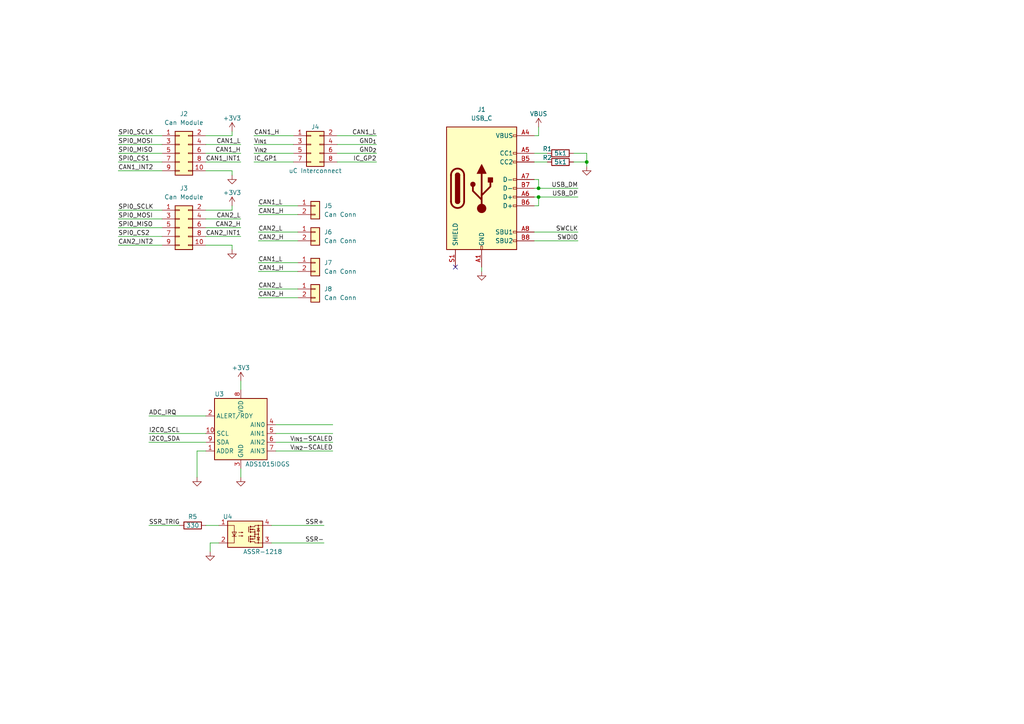
<source format=kicad_sch>
(kicad_sch (version 20230121) (generator eeschema)
  (paper "A4")
  (lib_symbols
    (symbol "Analog_ADC:ADS1015IDGS"
      (property "Reference" "U" (at 2.54 13.97 0))
      (property "Value" "ADS1015IDGS" (at 7.62 11.43 0))
      (symbol "ADS1015IDGS_0_1"
        (rectangle (start -7.62 10.16) (end 7.62 -7.62) (stroke (width 0.254)) (fill (type background)))
      )
      (symbol "ADS1015IDGS_1_1"
        (pin input line (at 10.16 -5.08 180) (length 2.54) (name "ADDR") (number "1"))
        (pin input line (at 10.16 0 180) (length 2.54) (name "SCL") (number "10"))
        (pin output line (at 10.16 5.08 180) (length 2.54) (name "ALERT/RDY") (number "2"))
        (pin power_in line (at 0 -10.16 90) (length 2.54) (name "GND") (number "3"))
        (pin input line (at -10.16 2.54 0) (length 2.54) (name "AIN0") (number "4"))
        (pin input line (at -10.16 0 0) (length 2.54) (name "AIN1") (number "5"))
        (pin input line (at -10.16 -2.54 0) (length 2.54) (name "AIN2") (number "6"))
        (pin input line (at -10.16 -5.08 0) (length 2.54) (name "AIN3") (number "7"))
        (pin power_in line (at 0 12.7 270) (length 2.54) (name "VDD") (number "8"))
        (pin bidirectional line (at 10.16 -2.54 180) (length 2.54) (name "SDA") (number "9"))
      )
    )
    (symbol "Connector:USB_C_Receptacle_USB2.0" (pin_names (offset 1.016))
      (property "Reference" "J" (at -10.16 19.05 0))
      (property "Value" "USB_C_Receptacle_USB2.0" (at 19.05 19.05 0))
      (symbol "USB_C_Receptacle_USB2.0_0_0"
        (rectangle (start -0.254 -17.78) (end 0.254 -16.764))
        (rectangle (start 10.16 -14.986) (end 9.144 -15.494))
        (rectangle (start 10.16 -12.446) (end 9.144 -12.954))
        (rectangle (start 10.16 -4.826) (end 9.144 -5.334))
        (rectangle (start 10.16 -2.286) (end 9.144 -2.794))
        (rectangle (start 10.16 0.254) (end 9.144 -0.254))
        (rectangle (start 10.16 2.794) (end 9.144 2.286))
        (rectangle (start 10.16 7.874) (end 9.144 7.366))
        (rectangle (start 10.16 10.414) (end 9.144 9.906))
        (rectangle (start 10.16 15.494) (end 9.144 14.986))
      )
      (symbol "USB_C_Receptacle_USB2.0_0_1"
        (rectangle (start -10.16 17.78) (end 10.16 -17.78) (stroke (width 0.254)) (fill (type background)))
        (arc (start -8.89 -3.81) (mid -6.985 -5.7067) (end -5.08 -3.81) (stroke (width 0.508)))
        (arc (start -7.62 -3.81) (mid -6.985 -4.4423) (end -6.35 -3.81) (stroke (width 0.254)))
        (arc (start -7.62 -3.81) (mid -6.985 -4.4423) (end -6.35 -3.81) (stroke (width 0.254)) (fill (type outline)))
        (rectangle (start -7.62 -3.81) (end -6.35 3.81) (stroke (width 0.254)) (fill (type outline)))
        (arc (start -6.35 3.81) (mid -6.985 4.4423) (end -7.62 3.81) (stroke (width 0.254)))
        (arc (start -6.35 3.81) (mid -6.985 4.4423) (end -7.62 3.81) (stroke (width 0.254)) (fill (type outline)))
        (arc (start -5.08 3.81) (mid -6.985 5.7067) (end -8.89 3.81) (stroke (width 0.508)))
        (circle (center -2.54 1.143) (radius 0.635) (stroke (width 0.254)) (fill (type outline)))
        (circle (center 0 -5.842) (radius 1.27) (fill (type outline)))
        (polyline (pts (xy -8.89 -3.81) (xy -8.89 3.81)) (stroke (width 0.508)))
        (polyline (pts (xy -5.08 3.81) (xy -5.08 -3.81)) (stroke (width 0.508)))
        (polyline (pts (xy 0 -5.842) (xy 0 4.318)) (stroke (width 0.508)))
        (polyline (pts (xy 0 -3.302) (xy -2.54 -0.762) (xy -2.54 0.508)) (stroke (width 0.508)))
        (polyline (pts (xy 0 -2.032) (xy 2.54 0.508) (xy 2.54 1.778)) (stroke (width 0.508)))
        (polyline (pts (xy -1.27 4.318) (xy 0 6.858) (xy 1.27 4.318) (xy -1.27 4.318)) (stroke (width 0.254)) (fill (type outline)))
        (rectangle (start 1.905 1.778) (end 3.175 3.048) (stroke (width 0.254)) (fill (type outline)))
      )
      (symbol "USB_C_Receptacle_USB2.0_1_1"
        (pin passive line (at 0 -22.86 90) (length 5.08) (name "GND") (number "A1"))
        (pin passive line (at 0 -22.86 90) (length 5.08) hide (name "GND") (number "A12"))
        (pin passive line (at 15.24 15.24 180) (length 5.08) (name "VBUS") (number "A4"))
        (pin bidirectional line (at 15.24 10.16 180) (length 5.08) (name "CC1") (number "A5"))
        (pin bidirectional line (at 15.24 -2.54 180) (length 5.08) (name "D+") (number "A6"))
        (pin bidirectional line (at 15.24 2.54 180) (length 5.08) (name "D-") (number "A7"))
        (pin bidirectional line (at 15.24 -12.7 180) (length 5.08) (name "SBU1") (number "A8"))
        (pin passive line (at 15.24 15.24 180) (length 5.08) hide (name "VBUS") (number "A9"))
        (pin passive line (at 0 -22.86 90) (length 5.08) hide (name "GND") (number "B1"))
        (pin passive line (at 0 -22.86 90) (length 5.08) hide (name "GND") (number "B12"))
        (pin passive line (at 15.24 15.24 180) (length 5.08) hide (name "VBUS") (number "B4"))
        (pin bidirectional line (at 15.24 7.62 180) (length 5.08) (name "CC2") (number "B5"))
        (pin bidirectional line (at 15.24 -5.08 180) (length 5.08) (name "D+") (number "B6"))
        (pin bidirectional line (at 15.24 0 180) (length 5.08) (name "D-") (number "B7"))
        (pin bidirectional line (at 15.24 -15.24 180) (length 5.08) (name "SBU2") (number "B8"))
        (pin passive line (at 15.24 15.24 180) (length 5.08) hide (name "VBUS") (number "B9"))
        (pin passive line (at -7.62 -22.86 90) (length 5.08) (name "SHIELD") (number "S1"))
      )
    )
    (symbol "Connector_Generic:Conn_01x02" (pin_names (offset 1.016) hide)
      (property "Reference" "J" (at 0 2.54 0))
      (property "Value" "Conn_01x02" (at 0 -5.08 0))
      (symbol "Conn_01x02_1_1"
        (rectangle (start -1.27 -2.413) (end 0 -2.667) (stroke (width 0.1524)))
        (rectangle (start -1.27 0.127) (end 0 -0.127) (stroke (width 0.1524)))
        (rectangle (start -1.27 1.27) (end 1.27 -3.81) (stroke (width 0.254)) (fill (type background)))
        (pin passive line (at -5.08 0 0) (length 3.81) (name "Pin_1") (number "1"))
        (pin passive line (at -5.08 -2.54 0) (length 3.81) (name "Pin_2") (number "2"))
      )
    )
    (symbol "Connector_Generic:Conn_02x04_Odd_Even" (pin_names (offset 1.016) hide)
      (property "Reference" "J" (at 1.27 5.08 0))
      (property "Value" "Conn_02x04_Odd_Even" (at 1.27 -7.62 0))
      (symbol "Conn_02x04_Odd_Even_1_1"
        (rectangle (start -1.27 -4.953) (end 0 -5.207) (stroke (width 0.1524)))
        (rectangle (start -1.27 -2.413) (end 0 -2.667) (stroke (width 0.1524)))
        (rectangle (start -1.27 0.127) (end 0 -0.127) (stroke (width 0.1524)))
        (rectangle (start -1.27 2.667) (end 0 2.413) (stroke (width 0.1524)))
        (rectangle (start -1.27 3.81) (end 3.81 -6.35) (stroke (width 0.254)) (fill (type background)))
        (rectangle (start 3.81 -4.953) (end 2.54 -5.207) (stroke (width 0.1524)))
        (rectangle (start 3.81 -2.413) (end 2.54 -2.667) (stroke (width 0.1524)))
        (rectangle (start 3.81 0.127) (end 2.54 -0.127) (stroke (width 0.1524)))
        (rectangle (start 3.81 2.667) (end 2.54 2.413) (stroke (width 0.1524)))
        (pin passive line (at -5.08 2.54 0) (length 3.81) (name "Pin_1") (number "1"))
        (pin passive line (at 7.62 2.54 180) (length 3.81) (name "Pin_2") (number "2"))
        (pin passive line (at -5.08 0 0) (length 3.81) (name "Pin_3") (number "3"))
        (pin passive line (at 7.62 0 180) (length 3.81) (name "Pin_4") (number "4"))
        (pin passive line (at -5.08 -2.54 0) (length 3.81) (name "Pin_5") (number "5"))
        (pin passive line (at 7.62 -2.54 180) (length 3.81) (name "Pin_6") (number "6"))
        (pin passive line (at -5.08 -5.08 0) (length 3.81) (name "Pin_7") (number "7"))
        (pin passive line (at 7.62 -5.08 180) (length 3.81) (name "Pin_8") (number "8"))
      )
    )
    (symbol "Connector_Generic:Conn_02x05_Odd_Even" (pin_names (offset 1.016) hide)
      (property "Reference" "J" (at 1.27 7.62 0))
      (property "Value" "Conn_02x05_Odd_Even" (at 1.27 -7.62 0))
      (symbol "Conn_02x05_Odd_Even_1_1"
        (rectangle (start -1.27 -4.953) (end 0 -5.207) (stroke (width 0.1524)))
        (rectangle (start -1.27 -2.413) (end 0 -2.667) (stroke (width 0.1524)))
        (rectangle (start -1.27 0.127) (end 0 -0.127) (stroke (width 0.1524)))
        (rectangle (start -1.27 2.667) (end 0 2.413) (stroke (width 0.1524)))
        (rectangle (start -1.27 5.207) (end 0 4.953) (stroke (width 0.1524)))
        (rectangle (start -1.27 6.35) (end 3.81 -6.35) (stroke (width 0.254)) (fill (type background)))
        (rectangle (start 3.81 -4.953) (end 2.54 -5.207) (stroke (width 0.1524)))
        (rectangle (start 3.81 -2.413) (end 2.54 -2.667) (stroke (width 0.1524)))
        (rectangle (start 3.81 0.127) (end 2.54 -0.127) (stroke (width 0.1524)))
        (rectangle (start 3.81 2.667) (end 2.54 2.413) (stroke (width 0.1524)))
        (rectangle (start 3.81 5.207) (end 2.54 4.953) (stroke (width 0.1524)))
        (pin passive line (at -5.08 5.08 0) (length 3.81) (name "Pin_1") (number "1"))
        (pin passive line (at 7.62 -5.08 180) (length 3.81) (name "Pin_10") (number "10"))
        (pin passive line (at 7.62 5.08 180) (length 3.81) (name "Pin_2") (number "2"))
        (pin passive line (at -5.08 2.54 0) (length 3.81) (name "Pin_3") (number "3"))
        (pin passive line (at 7.62 2.54 180) (length 3.81) (name "Pin_4") (number "4"))
        (pin passive line (at -5.08 0 0) (length 3.81) (name "Pin_5") (number "5"))
        (pin passive line (at 7.62 0 180) (length 3.81) (name "Pin_6") (number "6"))
        (pin passive line (at -5.08 -2.54 0) (length 3.81) (name "Pin_7") (number "7"))
        (pin passive line (at 7.62 -2.54 180) (length 3.81) (name "Pin_8") (number "8"))
        (pin passive line (at -5.08 -5.08 0) (length 3.81) (name "Pin_9") (number "9"))
      )
    )
    (symbol "Device:R" (pin_numbers hide) (pin_names (offset 0))
      (property "Reference" "R" (at 2.032 0 90))
      (property "Value" "R" (at 0 0 90))
      (symbol "R_0_1"
        (rectangle (start -1.016 -2.54) (end 1.016 2.54) (stroke (width 0.254)))
      )
      (symbol "R_1_1"
        (pin passive line (at 0 3.81 270) (length 1.27) (name "~") (number "1"))
        (pin passive line (at 0 -3.81 90) (length 1.27) (name "~") (number "2"))
      )
    )
    (symbol "Relay_SolidState:ASSR-1218"
      (property "Reference" "U" (at -5.08 5.08 0))
      (property "Value" "ASSR-1218" (at 0 5.08 0))
      (symbol "ASSR-1218_0_1"
        (rectangle (start -5.08 3.81) (end 5.08 -3.81) (stroke (width 0.254)) (fill (type background)))
        (polyline (pts (xy -3.81 -0.635) (xy -2.54 -0.635)))
        (polyline (pts (xy 1.016 -0.635) (xy 1.016 -2.159)) (stroke (width 0.2032)))
        (polyline (pts (xy 1.016 2.159) (xy 1.016 0.635)) (stroke (width 0.2032)))
        (polyline (pts (xy 1.524 -0.508) (xy 1.524 -0.762)) (stroke (width 0.3556)))
        (polyline (pts (xy 2.794 0) (xy 3.81 0)))
        (polyline (pts (xy 3.429 -1.651) (xy 4.191 -1.651)))
        (polyline (pts (xy 3.429 1.651) (xy 4.191 1.651)))
        (polyline (pts (xy 3.81 -2.54) (xy 3.81 2.54)))
        (polyline (pts (xy 1.524 -2.032) (xy 1.524 -2.286) (xy 1.524 -2.286)) (stroke (width 0.3556)))
        (polyline (pts (xy 1.524 -1.27) (xy 1.524 -1.524) (xy 1.524 -1.524)) (stroke (width 0.3556)))
        (polyline (pts (xy 1.524 0.762) (xy 1.524 0.508) (xy 1.524 0.508)) (stroke (width 0.3556)))
        (polyline (pts (xy 1.524 1.524) (xy 1.524 1.27) (xy 1.524 1.27)) (stroke (width 0.3556)))
        (polyline (pts (xy 1.524 2.286) (xy 1.524 2.032) (xy 1.524 2.032)) (stroke (width 0.3556)))
        (polyline (pts (xy 1.651 -1.397) (xy 2.794 -1.397) (xy 2.794 -0.635)))
        (polyline (pts (xy 1.651 1.397) (xy 2.794 1.397) (xy 2.794 0.635)))
        (polyline (pts (xy -5.08 2.54) (xy -3.175 2.54) (xy -3.175 -2.54) (xy -5.08 -2.54)))
        (polyline (pts (xy -3.175 -0.635) (xy -3.81 0.635) (xy -2.54 0.635) (xy -3.175 -0.635)))
        (polyline (pts (xy 1.651 -2.159) (xy 2.794 -2.159) (xy 2.794 -2.54) (xy 5.08 -2.54)))
        (polyline (pts (xy 1.651 -0.635) (xy 2.794 -0.635) (xy 2.794 0.635) (xy 1.651 0.635)))
        (polyline (pts (xy 1.651 2.159) (xy 2.794 2.159) (xy 2.794 2.54) (xy 5.08 2.54)))
        (polyline (pts (xy 1.778 -1.397) (xy 2.286 -1.27) (xy 2.286 -1.524) (xy 1.778 -1.397)))
        (polyline (pts (xy 1.778 1.397) (xy 2.286 1.524) (xy 2.286 1.27) (xy 1.778 1.397)))
        (polyline (pts (xy 3.81 -1.651) (xy 3.429 -0.889) (xy 4.191 -0.889) (xy 3.81 -1.651)))
        (polyline (pts (xy 3.81 1.651) (xy 3.429 0.889) (xy 4.191 0.889) (xy 3.81 1.651)))
        (polyline (pts (xy -1.905 -0.508) (xy -0.635 -0.508) (xy -1.016 -0.635) (xy -1.016 -0.381) (xy -0.635 -0.508)))
        (polyline (pts (xy -1.905 0.508) (xy -0.635 0.508) (xy -1.016 0.381) (xy -1.016 0.635) (xy -0.635 0.508)))
        (circle (center 2.794 -0.635) (radius 0.127))
        (circle (center 2.794 0) (radius 0.127))
        (circle (center 2.794 0.635) (radius 0.127))
        (circle (center 3.81 -2.54) (radius 0.127))
        (circle (center 3.81 0) (radius 0.127))
        (circle (center 3.81 2.54) (radius 0.127))
      )
      (symbol "ASSR-1218_1_1"
        (pin passive line (at -7.62 2.54 0) (length 2.54) (name "~") (number "1"))
        (pin passive line (at -7.62 -2.54 0) (length 2.54) (name "~") (number "2"))
        (pin passive line (at 7.62 -2.54 180) (length 2.54) (name "~") (number "3"))
        (pin passive line (at 7.62 2.54 180) (length 2.54) (name "~") (number "4"))
      )
    )
    (symbol "power:+3V3" (power) (pin_names (offset 0))
      (property "Value" "+3V3" (at 0 3.556 0))
      (symbol "+3V3_0_1"
        (polyline (pts (xy -0.762 1.27) (xy 0 2.54)))
        (polyline (pts (xy 0 0) (xy 0 2.54)))
        (polyline (pts (xy 0 2.54) (xy 0.762 1.27)))
      )
      (symbol "+3V3_1_1"
        (pin power_in line (at 0 0 90) (length 0) hide (name "+3V3") (number "1"))
      )
    )
    (symbol "power:GND" (power) (pin_names (offset 0))
      (property "Value" "GND" (at 0 -3.81 0))
      (symbol "GND_0_1"
        (polyline (pts (xy 0 0) (xy 0 -1.27) (xy 1.27 -1.27) (xy 0 -2.54) (xy -1.27 -1.27) (xy 0 -1.27)))
      )
      (symbol "GND_1_1"
        (pin power_in line (at 0 0 270) (length 0) hide (name "GND") (number "1"))
      )
    )
    (symbol "power:VBUS" (power) (pin_names (offset 0))
      (property "Value" "VBUS" (at 0 3.81 0))
      (symbol "VBUS_0_1"
        (polyline (pts (xy -0.762 1.27) (xy 0 2.54)))
        (polyline (pts (xy 0 0) (xy 0 2.54)))
        (polyline (pts (xy 0 2.54) (xy 0.762 1.27)))
      )
      (symbol "VBUS_1_1"
        (pin power_in line (at 0 0 90) (length 0) hide (name "VBUS") (number "1"))
      )
    )
  )
  (junction (at 170.18 46.99))
  (junction (at 156.21 57.15))
  (junction (at 156.21 54.61))
  (no_connect (at 132.08 77.47))
  (wire (pts (xy 154.94 57.15) (xy 156.21 57.15)))
  (wire (pts (xy 74.93 86.36) (xy 86.36 86.36)))
  (wire (pts (xy 34.29 68.58) (xy 46.99 68.58)))
  (wire (pts (xy 34.29 71.12) (xy 46.99 71.12)))
  (wire (pts (xy 80.01 130.81) (xy 96.52 130.81)))
  (wire (pts (xy 59.69 46.99) (xy 69.85 46.99)))
  (wire (pts (xy 109.22 46.99) (xy 97.79 46.99)))
  (wire (pts (xy 154.94 44.45) (xy 158.75 44.45)))
  (wire (pts (xy 93.98 157.48) (xy 78.74 157.48)))
  (wire (pts (xy 139.7 77.47) (xy 139.7 78.74)))
  (wire (pts (xy 67.31 38.1) (xy 67.31 39.37)))
  (wire (pts (xy 109.22 44.45) (xy 97.79 44.45)))
  (wire (pts (xy 96.52 125.73) (xy 80.01 125.73)))
  (wire (pts (xy 34.29 39.37) (xy 46.99 39.37)))
  (wire (pts (xy 59.69 60.96) (xy 67.31 60.96)))
  (wire (pts (xy 170.18 46.99) (xy 170.18 44.45)))
  (wire (pts (xy 73.66 41.91) (xy 85.09 41.91)))
  (wire (pts (xy 59.69 39.37) (xy 67.31 39.37)))
  (wire (pts (xy 80.01 123.19) (xy 96.52 123.19)))
  (wire (pts (xy 34.29 63.5) (xy 46.99 63.5)))
  (wire (pts (xy 34.29 66.04) (xy 46.99 66.04)))
  (wire (pts (xy 57.15 130.81) (xy 57.15 138.43)))
  (wire (pts (xy 67.31 59.69) (xy 67.31 60.96)))
  (wire (pts (xy 74.93 59.69) (xy 86.36 59.69)))
  (wire (pts (xy 74.93 69.85) (xy 86.36 69.85)))
  (wire (pts (xy 93.98 152.4) (xy 78.74 152.4)))
  (wire (pts (xy 167.64 69.85) (xy 154.94 69.85)))
  (wire (pts (xy 170.18 48.26) (xy 170.18 46.99)))
  (wire (pts (xy 34.29 60.96) (xy 46.99 60.96)))
  (wire (pts (xy 34.29 41.91) (xy 46.99 41.91)))
  (wire (pts (xy 60.96 157.48) (xy 63.5 157.48)))
  (wire (pts (xy 59.69 49.53) (xy 67.31 49.53)))
  (wire (pts (xy 59.69 41.91) (xy 69.85 41.91)))
  (wire (pts (xy 166.37 44.45) (xy 170.18 44.45)))
  (wire (pts (xy 156.21 57.15) (xy 156.21 59.69)))
  (wire (pts (xy 59.69 44.45) (xy 69.85 44.45)))
  (wire (pts (xy 156.21 52.07) (xy 156.21 54.61)))
  (wire (pts (xy 73.66 44.45) (xy 85.09 44.45)))
  (wire (pts (xy 156.21 59.69) (xy 154.94 59.69)))
  (wire (pts (xy 34.29 46.99) (xy 46.99 46.99)))
  (wire (pts (xy 154.94 54.61) (xy 156.21 54.61)))
  (wire (pts (xy 74.93 76.2) (xy 86.36 76.2)))
  (wire (pts (xy 154.94 39.37) (xy 156.21 39.37)))
  (wire (pts (xy 34.29 49.53) (xy 46.99 49.53)))
  (wire (pts (xy 154.94 46.99) (xy 158.75 46.99)))
  (wire (pts (xy 167.64 57.15) (xy 156.21 57.15)))
  (wire (pts (xy 74.93 67.31) (xy 86.36 67.31)))
  (wire (pts (xy 74.93 62.23) (xy 86.36 62.23)))
  (wire (pts (xy 74.93 78.74) (xy 86.36 78.74)))
  (wire (pts (xy 59.69 68.58) (xy 69.85 68.58)))
  (wire (pts (xy 73.66 46.99) (xy 85.09 46.99)))
  (wire (pts (xy 43.18 120.65) (xy 59.69 120.65)))
  (wire (pts (xy 73.66 39.37) (xy 85.09 39.37)))
  (wire (pts (xy 43.18 125.73) (xy 59.69 125.73)))
  (wire (pts (xy 69.85 110.49) (xy 69.85 113.03)))
  (wire (pts (xy 96.52 128.27) (xy 80.01 128.27)))
  (wire (pts (xy 109.22 41.91) (xy 97.79 41.91)))
  (wire (pts (xy 156.21 36.83) (xy 156.21 39.37)))
  (wire (pts (xy 59.69 63.5) (xy 69.85 63.5)))
  (wire (pts (xy 67.31 71.12) (xy 67.31 72.39)))
  (wire (pts (xy 166.37 46.99) (xy 170.18 46.99)))
  (wire (pts (xy 74.93 83.82) (xy 86.36 83.82)))
  (wire (pts (xy 167.64 54.61) (xy 156.21 54.61)))
  (wire (pts (xy 109.22 39.37) (xy 97.79 39.37)))
  (wire (pts (xy 167.64 67.31) (xy 154.94 67.31)))
  (wire (pts (xy 59.69 130.81) (xy 57.15 130.81)))
  (wire (pts (xy 43.18 128.27) (xy 59.69 128.27)))
  (wire (pts (xy 154.94 52.07) (xy 156.21 52.07)))
  (wire (pts (xy 69.85 135.89) (xy 69.85 138.43)))
  (wire (pts (xy 59.69 66.04) (xy 69.85 66.04)))
  (wire (pts (xy 34.29 44.45) (xy 46.99 44.45)))
  (wire (pts (xy 59.69 152.4) (xy 63.5 152.4)))
  (wire (pts (xy 43.18 152.4) (xy 52.07 152.4)))
  (wire (pts (xy 67.31 49.53) (xy 67.31 50.8)))
  (wire (pts (xy 59.69 71.12) (xy 67.31 71.12)))
  (wire (pts (xy 60.96 160.02) (xy 60.96 157.48)))
  (label "SPI0_SCLK" (at 34.29 60.96 0))
  (label "CAN2_H" (at 74.93 86.36 0) (property "CAN2+" "CAN2+" (effects hide)))
  (label "CAN2_H" (at 74.93 69.85 0) (property "CAN2+" "CAN2+" (effects hide)))
  (label "USB_DP" (at 167.64 57.15 180))
  (label "CAN1_H" (at 69.85 44.45 180) (property "CAN1+" "CAN1+" (effects hide)))
  (label "CAN2_L" (at 74.93 67.31 0) (property "CAN2-" "CAN2-" (effects hide)))
  (label "V_{IN1}-SCALED" (at 96.52 128.27 180))
  (label "CAN1_L" (at 69.85 41.91 180) (property "CAN1-" "CAN1-" (effects hide)))
  (label "SWDIO" (at 167.64 69.85 180))
  (label "CAN2_H" (at 69.85 66.04 180) (property "CAN2+" "CAN2+" (effects hide)))
  (label "IC_GP1" (at 73.66 46.99 0))
  (label "I2C0_SCL" (at 43.18 125.73 0))
  (label "SPI0_CS2" (at 34.29 68.58 0))
  (label "I2C0_SDA" (at 43.18 128.27 0))
  (label "SPI0_MISO" (at 34.29 44.45 0))
  (label "ADC_IRQ" (at 43.18 120.65 0))
  (label "CAN2_L" (at 74.93 83.82 0) (property "CAN2-" "CAN2-" (effects hide)))
  (label "SPI0_MISO" (at 34.29 66.04 0))
  (label "SPI0_SCLK" (at 34.29 39.37 0))
  (label "SWCLK" (at 167.64 67.31 180))
  (label "IC_GP2" (at 109.22 46.99 180))
  (label "CAN1_L" (at 74.93 76.2 0) (property "CAN1-" "CAN1-" (effects hide)))
  (label "SPI0_MOSI" (at 34.29 41.91 0))
  (label "V_{IN2}-SCALED" (at 96.52 130.81 180))
  (label "CAN1_INT2" (at 34.29 49.53 0))
  (label "CAN1_L" (at 74.93 59.69 0) (property "CAN1-" "CAN1-" (effects hide)))
  (label "V_{IN1}" (at 73.66 41.91 0))
  (label "GND_{1}" (at 109.22 41.91 180))
  (label "CAN1_L" (at 109.22 39.37 180) (property "CAN1-" "CAN1-" (effects hide)))
  (label "CAN1_H" (at 74.93 78.74 0) (property "CAN1+" "CAN1+" (effects hide)))
  (label "CAN2_L" (at 69.85 63.5 180) (property "CAN2-" "CAN2-" (effects hide)))
  (label "SPI0_MOSI" (at 34.29 63.5 0))
  (label "USB_DM" (at 167.64 54.61 180))
  (label "SSR-" (at 93.98 157.48 180))
  (label "CAN1_INT1" (at 69.85 46.99 180))
  (label "CAN2_INT1" (at 69.85 68.58 180))
  (label "CAN1_H" (at 73.66 39.37 0) (property "CAN1+" "CAN1+" (effects hide)))
  (label "SSR_TRIG" (at 43.18 152.4 0))
  (label "SPI0_CS1" (at 34.29 46.99 0))
  (label "CAN2_INT2" (at 34.29 71.12 0))
  (label "SSR+" (at 93.98 152.4 180))
  (label "GND_{2}" (at 109.22 44.45 180))
  (label "CAN1_H" (at 74.93 62.23 0) (property "CAN1+" "CAN1+" (effects hide)))
  (label "V_{IN2}" (at 73.66 44.45 0))
  (symbol (lib_id "Connector_Generic:Conn_01x02") (at 91.44 76.2 0) (unit 1)
    (property "Reference" "J7" (at 93.98 76.2 0) (effects (justify left)))
    (property "Value" "Can Conn" (at 93.98 78.74 0) (effects (justify left)))
    (property "Footprint" "Connector_JST:JST_PH_S2B-PH-SM4-TB_1x02-1MP_P2.00mm_Horizontal" (effects hide))
  )
  (symbol (lib_id "Connector_Generic:Conn_01x02") (at 91.44 83.82 0) (unit 1)
    (property "Reference" "J8" (at 93.98 83.82 0) (effects (justify left)))
    (property "Value" "Can Conn" (at 93.98 86.36 0) (effects (justify left)))
    (property "Footprint" "Connector_JST:JST_PH_S2B-PH-SM4-TB_1x02-1MP_P2.00mm_Horizontal" (effects hide))
  )
  (symbol (lib_id "power:GND") (at 69.85 138.43 0) (unit 1)
    (property "Reference" "#PWR018" (effects hide))
    (property "Value" "GND" (effects hide))
  )
  (symbol (lib_id "Analog_ADC:ADS1015IDGS") (at 69.85 125.73 0) (mirror y) (unit 1)
    (property "Reference" "U3" (at 62.23 114.3 0) (effects (justify right)))
    (property "Value" "ADS1015IDGS" (at 71.12 134.62 0) (effects (justify right)))
    (property "Footprint" "Package_SO:TSSOP-10_3x3mm_P0.5mm" (effects hide))
    (property "Datasheet" "http://www.ti.com/lit/ds/symlink/ads1015.pdf" (effects hide))
  )
  (symbol (lib_id "Device:R") (at 162.56 44.45 90) (unit 1)
    (property "Reference" "R1" (at 158.75 43.18 90))
    (property "Value" "5k1" (at 162.56 44.45 90))
  )
  (symbol (lib_id "power:GND") (at 57.15 138.43 0) (unit 1)
    (property "Reference" "#PWR015" (effects hide))
    (property "Value" "GND" (effects hide))
  )
  (symbol (lib_id "power:GND") (at 67.31 72.39 0) (unit 1)
    (property "Reference" "#PWR011" (effects hide))
    (property "Value" "GND" (effects hide))
  )
  (symbol (lib_id "Connector_Generic:Conn_02x05_Odd_Even") (at 52.07 44.45 0) (unit 1)
    (property "Reference" "J2" (at 53.34 33.02 0))
    (property "Value" "Can Module" (at 53.34 35.56 0))
  )
  (symbol (lib_id "power:+3V3") (at 67.31 38.1 0) (unit 1)
    (property "Reference" "#PWR08" (effects hide))
    (property "Value" "+3V3" (at 67.31 34.29 0))
  )
  (symbol (lib_id "Relay_SolidState:ASSR-1218") (at 71.12 154.94 0) (unit 1)
    (property "Reference" "U4" (at 66.04 149.86 0))
    (property "Value" "ASSR-1218" (at 76.2 160.02 0))
    (property "Footprint" "Package_SO:SO-4_4.4x4.3mm_P2.54mm" (effects hide))
    (property "Datasheet" "https://docs.broadcom.com/docs/AV02-0173EN" (effects hide))
  )
  (symbol (lib_id "Connector:USB_C_Receptacle_USB2.0") (at 139.7 54.61 0) (unit 1)
    (property "Reference" "J1" (at 139.7 31.75 0))
    (property "Value" "USB_C" (at 139.7 34.29 0))
    (property "Datasheet" "https://www.usb.org/sites/default/files/documents/usb_type-c.zip" (effects hide))
  )
  (symbol (lib_id "power:GND") (at 170.18 48.26 0) (unit 1)
    (property "Reference" "#PWR05" (effects hide))
    (property "Value" "GND" (effects hide))
  )
  (symbol (lib_id "power:+3V3") (at 67.31 59.69 0) (unit 1)
    (property "Reference" "#PWR010" (effects hide))
    (property "Value" "+3V3" (at 67.31 55.88 0))
  )
  (symbol (lib_id "Device:R") (at 55.88 152.4 90) (unit 1)
    (property "Reference" "R5" (at 55.88 149.86 90))
    (property "Value" "330" (at 55.88 152.4 90))
  )
  (symbol (lib_id "power:+3V3") (at 69.85 110.49 0) (unit 1)
    (property "Reference" "#PWR017" (effects hide))
    (property "Value" "+3V3" (at 69.85 106.68 0))
  )
  (symbol (lib_id "Device:R") (at 162.56 46.99 90) (unit 1)
    (property "Reference" "R2" (at 158.75 45.72 90))
    (property "Value" "5k1" (at 162.56 46.99 90))
  )
  (symbol (lib_id "power:GND") (at 67.31 50.8 0) (unit 1)
    (property "Reference" "#PWR09" (effects hide))
    (property "Value" "GND" (effects hide))
  )
  (symbol (lib_id "power:GND") (at 139.7 78.74 0) (unit 1)
    (property "Reference" "#PWR01" (effects hide))
    (property "Value" "GND" (effects hide))
  )
  (symbol (lib_id "power:GND") (at 60.96 160.02 0) (unit 1)
    (property "Reference" "#PWR016" (effects hide))
    (property "Value" "GND" (effects hide))
  )
  (symbol (lib_id "Connector_Generic:Conn_01x02") (at 91.44 59.69 0) (unit 1)
    (property "Reference" "J5" (at 93.98 59.69 0) (effects (justify left)))
    (property "Value" "Can Conn" (at 93.98 62.23 0) (effects (justify left)))
    (property "Footprint" "Connector_JST:JST_PH_S2B-PH-SM4-TB_1x02-1MP_P2.00mm_Horizontal" (effects hide))
  )
  (symbol (lib_id "Connector_Generic:Conn_02x04_Odd_Even") (at 90.17 41.91 0) (unit 1)
    (property "Reference" "J4" (at 91.44 36.83 0))
    (property "Value" "uC Interconnect" (at 91.44 49.53 0))
  )
  (symbol (lib_id "Connector_Generic:Conn_02x05_Odd_Even") (at 52.07 66.04 0) (unit 1)
    (property "Reference" "J3" (at 53.34 54.61 0))
    (property "Value" "Can Module" (at 53.34 57.15 0))
  )
  (symbol (lib_id "Connector_Generic:Conn_01x02") (at 91.44 67.31 0) (unit 1)
    (property "Reference" "J6" (at 93.98 67.31 0) (effects (justify left)))
    (property "Value" "Can Conn" (at 93.98 69.85 0) (effects (justify left)))
    (property "Footprint" "Connector_JST:JST_PH_S2B-PH-SM4-TB_1x02-1MP_P2.00mm_Horizontal" (effects hide))
  )
  (symbol (lib_id "power:VBUS") (at 156.21 36.83 0) (unit 1)
    (property "Reference" "#PWR02" (effects hide))
    (property "Value" "VBUS" (at 156.21 33.02 0))
  )
)
</source>
